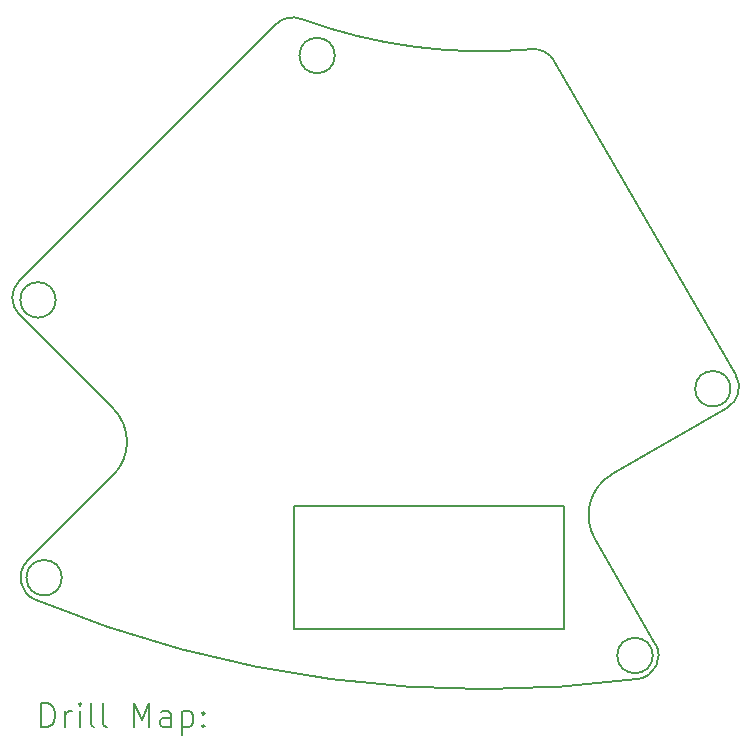
<source format=gbr>
%FSLAX45Y45*%
G04 Gerber Fmt 4.5, Leading zero omitted, Abs format (unit mm)*
G04 Created by KiCad (PCBNEW (6.0.5)) date 2023-02-26 21:46:27*
%MOMM*%
%LPD*%
G01*
G04 APERTURE LIST*
%TA.AperFunction,Profile*%
%ADD10C,0.200000*%
%TD*%
%ADD11C,0.200000*%
G04 APERTURE END LIST*
D10*
X11895603Y-9954989D02*
G75*
G03*
X11895601Y-10237829I141417J-141421D01*
G01*
X12691096Y-11599010D02*
X11965177Y-12324929D01*
X17918599Y-10866335D02*
G75*
G03*
X17918599Y-10866335I-150000J0D01*
G01*
X12691096Y-11599010D02*
G75*
G03*
X12691096Y-11033324I-282843J282843D01*
G01*
X14280348Y-7734228D02*
G75*
G03*
X16234741Y-7991528I1550302J4224518D01*
G01*
X17963455Y-10753835D02*
X16425905Y-8090720D01*
X14568410Y-8044912D02*
G75*
G03*
X14568410Y-8044912I-150000J0D01*
G01*
X14224000Y-11861800D02*
X16510000Y-11861800D01*
X16510000Y-11861800D02*
X16510000Y-12903200D01*
X16510000Y-12903200D02*
X14224000Y-12903200D01*
X14224000Y-12903200D02*
X14224000Y-11861800D01*
X16915972Y-11589540D02*
G75*
G03*
X16769561Y-12135950I199998J-346410D01*
G01*
X14280350Y-7734223D02*
G75*
G03*
X14070025Y-7780563I-68900J-187757D01*
G01*
X17890247Y-11027034D02*
G75*
G03*
X17963455Y-10753835I-99997J173204D01*
G01*
X11965177Y-12324929D02*
G75*
G03*
X12029814Y-12651023I141423J-141421D01*
G01*
X16915971Y-11589540D02*
X17890250Y-11027040D01*
X14070025Y-7780563D02*
X11895601Y-9954986D01*
X17259659Y-13125016D02*
G75*
G03*
X17259659Y-13125016I-150000J0D01*
G01*
X11895601Y-10237829D02*
X12691096Y-11033324D01*
X17136031Y-13323275D02*
G75*
G03*
X17282864Y-13025016I-26371J198255D01*
G01*
X17282864Y-13025016D02*
X16769561Y-12135950D01*
X12029814Y-12651023D02*
G75*
G03*
X17136030Y-13323269I3800836J9141313D01*
G01*
X12204700Y-10114085D02*
G75*
G03*
X12204700Y-10114085I-150000J0D01*
G01*
X16425905Y-8090720D02*
G75*
G03*
X16234741Y-7991528I-173205J-100000D01*
G01*
X12256598Y-12466350D02*
G75*
G03*
X12256598Y-12466350I-150000J0D01*
G01*
D11*
X12084642Y-13730184D02*
X12084642Y-13530184D01*
X12132261Y-13530184D01*
X12160833Y-13539708D01*
X12179880Y-13558756D01*
X12189404Y-13577803D01*
X12198928Y-13615898D01*
X12198928Y-13644470D01*
X12189404Y-13682565D01*
X12179880Y-13701613D01*
X12160833Y-13720660D01*
X12132261Y-13730184D01*
X12084642Y-13730184D01*
X12284642Y-13730184D02*
X12284642Y-13596851D01*
X12284642Y-13634946D02*
X12294166Y-13615898D01*
X12303690Y-13606375D01*
X12322737Y-13596851D01*
X12341785Y-13596851D01*
X12408452Y-13730184D02*
X12408452Y-13596851D01*
X12408452Y-13530184D02*
X12398928Y-13539708D01*
X12408452Y-13549232D01*
X12417976Y-13539708D01*
X12408452Y-13530184D01*
X12408452Y-13549232D01*
X12532261Y-13730184D02*
X12513214Y-13720660D01*
X12503690Y-13701613D01*
X12503690Y-13530184D01*
X12637023Y-13730184D02*
X12617976Y-13720660D01*
X12608452Y-13701613D01*
X12608452Y-13530184D01*
X12865595Y-13730184D02*
X12865595Y-13530184D01*
X12932261Y-13673041D01*
X12998928Y-13530184D01*
X12998928Y-13730184D01*
X13179880Y-13730184D02*
X13179880Y-13625422D01*
X13170357Y-13606375D01*
X13151309Y-13596851D01*
X13113214Y-13596851D01*
X13094166Y-13606375D01*
X13179880Y-13720660D02*
X13160833Y-13730184D01*
X13113214Y-13730184D01*
X13094166Y-13720660D01*
X13084642Y-13701613D01*
X13084642Y-13682565D01*
X13094166Y-13663518D01*
X13113214Y-13653994D01*
X13160833Y-13653994D01*
X13179880Y-13644470D01*
X13275118Y-13596851D02*
X13275118Y-13796851D01*
X13275118Y-13606375D02*
X13294166Y-13596851D01*
X13332261Y-13596851D01*
X13351309Y-13606375D01*
X13360833Y-13615898D01*
X13370357Y-13634946D01*
X13370357Y-13692089D01*
X13360833Y-13711137D01*
X13351309Y-13720660D01*
X13332261Y-13730184D01*
X13294166Y-13730184D01*
X13275118Y-13720660D01*
X13456071Y-13711137D02*
X13465595Y-13720660D01*
X13456071Y-13730184D01*
X13446547Y-13720660D01*
X13456071Y-13711137D01*
X13456071Y-13730184D01*
X13456071Y-13606375D02*
X13465595Y-13615898D01*
X13456071Y-13625422D01*
X13446547Y-13615898D01*
X13456071Y-13606375D01*
X13456071Y-13625422D01*
M02*

</source>
